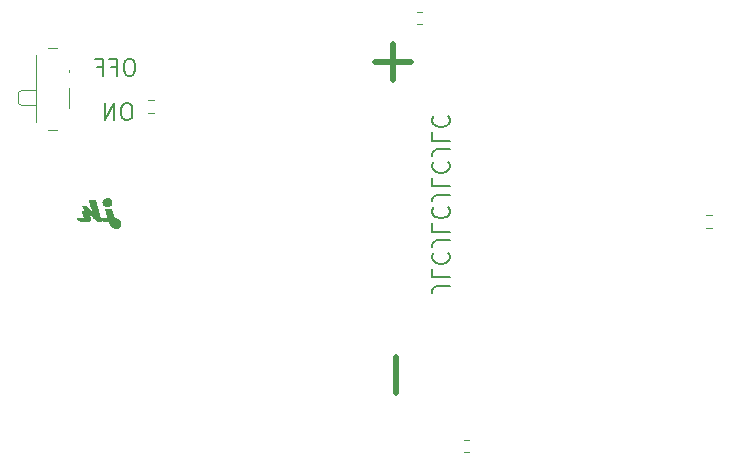
<source format=gbr>
%TF.GenerationSoftware,KiCad,Pcbnew,(5.1.10)-1*%
%TF.CreationDate,2021-10-20T09:15:12+02:00*%
%TF.ProjectId,TVZ_kuglica,54565a5f-6b75-4676-9c69-63612e6b6963,rev?*%
%TF.SameCoordinates,Original*%
%TF.FileFunction,Legend,Bot*%
%TF.FilePolarity,Positive*%
%FSLAX46Y46*%
G04 Gerber Fmt 4.6, Leading zero omitted, Abs format (unit mm)*
G04 Created by KiCad (PCBNEW (5.1.10)-1) date 2021-10-20 09:15:12*
%MOMM*%
%LPD*%
G01*
G04 APERTURE LIST*
%ADD10C,0.200000*%
%ADD11C,0.010000*%
%ADD12C,0.120000*%
%ADD13C,0.500000*%
G04 APERTURE END LIST*
D10*
X110616666Y-100983333D02*
X110350000Y-100983333D01*
X110216666Y-101050000D01*
X110083333Y-101183333D01*
X110016666Y-101450000D01*
X110016666Y-101916666D01*
X110083333Y-102183333D01*
X110216666Y-102316666D01*
X110350000Y-102383333D01*
X110616666Y-102383333D01*
X110750000Y-102316666D01*
X110883333Y-102183333D01*
X110950000Y-101916666D01*
X110950000Y-101450000D01*
X110883333Y-101183333D01*
X110750000Y-101050000D01*
X110616666Y-100983333D01*
X109416666Y-102383333D02*
X109416666Y-100983333D01*
X108616666Y-102383333D01*
X108616666Y-100983333D01*
X110833333Y-97233333D02*
X110566666Y-97233333D01*
X110433333Y-97300000D01*
X110300000Y-97433333D01*
X110233333Y-97700000D01*
X110233333Y-98166666D01*
X110300000Y-98433333D01*
X110433333Y-98566666D01*
X110566666Y-98633333D01*
X110833333Y-98633333D01*
X110966666Y-98566666D01*
X111100000Y-98433333D01*
X111166666Y-98166666D01*
X111166666Y-97700000D01*
X111100000Y-97433333D01*
X110966666Y-97300000D01*
X110833333Y-97233333D01*
X109166666Y-97900000D02*
X109633333Y-97900000D01*
X109633333Y-98633333D02*
X109633333Y-97233333D01*
X108966666Y-97233333D01*
X107966666Y-97900000D02*
X108433333Y-97900000D01*
X108433333Y-98633333D02*
X108433333Y-97233333D01*
X107766666Y-97233333D01*
X137821428Y-116428571D02*
X136750000Y-116428571D01*
X136535714Y-116500000D01*
X136392857Y-116642857D01*
X136321428Y-116857142D01*
X136321428Y-117000000D01*
X136321428Y-115000000D02*
X136321428Y-115714285D01*
X137821428Y-115714285D01*
X136464285Y-113642857D02*
X136392857Y-113714285D01*
X136321428Y-113928571D01*
X136321428Y-114071428D01*
X136392857Y-114285714D01*
X136535714Y-114428571D01*
X136678571Y-114500000D01*
X136964285Y-114571428D01*
X137178571Y-114571428D01*
X137464285Y-114500000D01*
X137607142Y-114428571D01*
X137750000Y-114285714D01*
X137821428Y-114071428D01*
X137821428Y-113928571D01*
X137750000Y-113714285D01*
X137678571Y-113642857D01*
X137821428Y-112571428D02*
X136750000Y-112571428D01*
X136535714Y-112642857D01*
X136392857Y-112785714D01*
X136321428Y-113000000D01*
X136321428Y-113142857D01*
X136321428Y-111142857D02*
X136321428Y-111857142D01*
X137821428Y-111857142D01*
X136464285Y-109785714D02*
X136392857Y-109857142D01*
X136321428Y-110071428D01*
X136321428Y-110214285D01*
X136392857Y-110428571D01*
X136535714Y-110571428D01*
X136678571Y-110642857D01*
X136964285Y-110714285D01*
X137178571Y-110714285D01*
X137464285Y-110642857D01*
X137607142Y-110571428D01*
X137750000Y-110428571D01*
X137821428Y-110214285D01*
X137821428Y-110071428D01*
X137750000Y-109857142D01*
X137678571Y-109785714D01*
X137821428Y-108714285D02*
X136750000Y-108714285D01*
X136535714Y-108785714D01*
X136392857Y-108928571D01*
X136321428Y-109142857D01*
X136321428Y-109285714D01*
X136321428Y-107285714D02*
X136321428Y-108000000D01*
X137821428Y-108000000D01*
X136464285Y-105928571D02*
X136392857Y-106000000D01*
X136321428Y-106214285D01*
X136321428Y-106357142D01*
X136392857Y-106571428D01*
X136535714Y-106714285D01*
X136678571Y-106785714D01*
X136964285Y-106857142D01*
X137178571Y-106857142D01*
X137464285Y-106785714D01*
X137607142Y-106714285D01*
X137750000Y-106571428D01*
X137821428Y-106357142D01*
X137821428Y-106214285D01*
X137750000Y-106000000D01*
X137678571Y-105928571D01*
X137821428Y-104857142D02*
X136750000Y-104857142D01*
X136535714Y-104928571D01*
X136392857Y-105071428D01*
X136321428Y-105285714D01*
X136321428Y-105428571D01*
X136321428Y-103428571D02*
X136321428Y-104142857D01*
X137821428Y-104142857D01*
X136464285Y-102071428D02*
X136392857Y-102142857D01*
X136321428Y-102357142D01*
X136321428Y-102500000D01*
X136392857Y-102714285D01*
X136535714Y-102857142D01*
X136678571Y-102928571D01*
X136964285Y-103000000D01*
X137178571Y-103000000D01*
X137464285Y-102928571D01*
X137607142Y-102857142D01*
X137750000Y-102714285D01*
X137821428Y-102500000D01*
X137821428Y-102357142D01*
X137750000Y-102142857D01*
X137678571Y-102071428D01*
D11*
%TO.C,G\u002A\u002A\u002A*%
G36*
X108765721Y-109010609D02*
G01*
X108718635Y-109014585D01*
X108687925Y-109020409D01*
X108630352Y-109041801D01*
X108573314Y-109073897D01*
X108520993Y-109113665D01*
X108477574Y-109158074D01*
X108455667Y-109188715D01*
X108430701Y-109244254D01*
X108417328Y-109306605D01*
X108415508Y-109371778D01*
X108425199Y-109435780D01*
X108446362Y-109494623D01*
X108458997Y-109517375D01*
X108501320Y-109571145D01*
X108555016Y-109618082D01*
X108616043Y-109655135D01*
X108669547Y-109676251D01*
X108705024Y-109683912D01*
X108748598Y-109689053D01*
X108795397Y-109691538D01*
X108840546Y-109691229D01*
X108879170Y-109687990D01*
X108903282Y-109682813D01*
X108975287Y-109654220D01*
X109034297Y-109620284D01*
X109082719Y-109579496D01*
X109101395Y-109558867D01*
X109137395Y-109509714D01*
X109160832Y-109461650D01*
X109173282Y-109409973D01*
X109176315Y-109349983D01*
X109175916Y-109336186D01*
X109173473Y-109297909D01*
X109168709Y-109268889D01*
X109160083Y-109242524D01*
X109147709Y-109215550D01*
X109109841Y-109156178D01*
X109059677Y-109103888D01*
X109000049Y-109060951D01*
X108933790Y-109029638D01*
X108904326Y-109020409D01*
X108865002Y-109013521D01*
X108816655Y-109010254D01*
X108765721Y-109010609D01*
G37*
X108765721Y-109010609D02*
X108718635Y-109014585D01*
X108687925Y-109020409D01*
X108630352Y-109041801D01*
X108573314Y-109073897D01*
X108520993Y-109113665D01*
X108477574Y-109158074D01*
X108455667Y-109188715D01*
X108430701Y-109244254D01*
X108417328Y-109306605D01*
X108415508Y-109371778D01*
X108425199Y-109435780D01*
X108446362Y-109494623D01*
X108458997Y-109517375D01*
X108501320Y-109571145D01*
X108555016Y-109618082D01*
X108616043Y-109655135D01*
X108669547Y-109676251D01*
X108705024Y-109683912D01*
X108748598Y-109689053D01*
X108795397Y-109691538D01*
X108840546Y-109691229D01*
X108879170Y-109687990D01*
X108903282Y-109682813D01*
X108975287Y-109654220D01*
X109034297Y-109620284D01*
X109082719Y-109579496D01*
X109101395Y-109558867D01*
X109137395Y-109509714D01*
X109160832Y-109461650D01*
X109173282Y-109409973D01*
X109176315Y-109349983D01*
X109175916Y-109336186D01*
X109173473Y-109297909D01*
X109168709Y-109268889D01*
X109160083Y-109242524D01*
X109147709Y-109215550D01*
X109109841Y-109156178D01*
X109059677Y-109103888D01*
X109000049Y-109060951D01*
X108933790Y-109029638D01*
X108904326Y-109020409D01*
X108865002Y-109013521D01*
X108816655Y-109010254D01*
X108765721Y-109010609D01*
G36*
X107438892Y-109176177D02*
G01*
X107380420Y-109176556D01*
X107335129Y-109177253D01*
X107301672Y-109178322D01*
X107278703Y-109179818D01*
X107264874Y-109181792D01*
X107258840Y-109184301D01*
X107258436Y-109186184D01*
X107261260Y-109194930D01*
X107268336Y-109217349D01*
X107279201Y-109251955D01*
X107293393Y-109297262D01*
X107310447Y-109351786D01*
X107329902Y-109414039D01*
X107351293Y-109482538D01*
X107374157Y-109555795D01*
X107398032Y-109632326D01*
X107422454Y-109710645D01*
X107446960Y-109789266D01*
X107471086Y-109866704D01*
X107494370Y-109941472D01*
X107516349Y-110012086D01*
X107536558Y-110077060D01*
X107554536Y-110134908D01*
X107569818Y-110184145D01*
X107581941Y-110223284D01*
X107590444Y-110250841D01*
X107593917Y-110262196D01*
X107595972Y-110268736D01*
X107597517Y-110274186D01*
X107597865Y-110277871D01*
X107596331Y-110279119D01*
X107592228Y-110277256D01*
X107584869Y-110271608D01*
X107573570Y-110261502D01*
X107557643Y-110246265D01*
X107536402Y-110225223D01*
X107509161Y-110197703D01*
X107475233Y-110163031D01*
X107433934Y-110120534D01*
X107384575Y-110069538D01*
X107326472Y-110009371D01*
X107258938Y-109939357D01*
X107181286Y-109858826D01*
X107153148Y-109829645D01*
X107014157Y-109685508D01*
X106843642Y-109684785D01*
X106673128Y-109684063D01*
X106756318Y-109769391D01*
X106794827Y-109808881D01*
X106839098Y-109854266D01*
X106883799Y-109900081D01*
X106923600Y-109940862D01*
X106925533Y-109942843D01*
X107011558Y-110030966D01*
X106922547Y-110036599D01*
X106861234Y-110042307D01*
X106813357Y-110051259D01*
X106776665Y-110064255D01*
X106748909Y-110082092D01*
X106727838Y-110105571D01*
X106727696Y-110105775D01*
X106716602Y-110123970D01*
X106708913Y-110142990D01*
X106704860Y-110164560D01*
X106704672Y-110190403D01*
X106708580Y-110222243D01*
X106716813Y-110261805D01*
X106729601Y-110310812D01*
X106747173Y-110370987D01*
X106769759Y-110444057D01*
X106774982Y-110460636D01*
X106792582Y-110516614D01*
X106808508Y-110567738D01*
X106822158Y-110612033D01*
X106832926Y-110647523D01*
X106840210Y-110672233D01*
X106843405Y-110684185D01*
X106843500Y-110684870D01*
X106835792Y-110686664D01*
X106813579Y-110688261D01*
X106778231Y-110689628D01*
X106731118Y-110690731D01*
X106673611Y-110691536D01*
X106607078Y-110692008D01*
X106549813Y-110692125D01*
X106463565Y-110692341D01*
X106391932Y-110692983D01*
X106335155Y-110694046D01*
X106293477Y-110695523D01*
X106267140Y-110697407D01*
X106256387Y-110699691D01*
X106256125Y-110700149D01*
X106259277Y-110711451D01*
X106267340Y-110731585D01*
X106273731Y-110745790D01*
X106305352Y-110795252D01*
X106350312Y-110838762D01*
X106406761Y-110874978D01*
X106472847Y-110902557D01*
X106501252Y-110910790D01*
X106514956Y-110913738D01*
X106531846Y-110916145D01*
X106553418Y-110918048D01*
X106581172Y-110919483D01*
X106616605Y-110920485D01*
X106661215Y-110921091D01*
X106716499Y-110921337D01*
X106783957Y-110921260D01*
X106865085Y-110920896D01*
X106908393Y-110920635D01*
X106993364Y-110920076D01*
X107063946Y-110919527D01*
X107121621Y-110918914D01*
X107167876Y-110918164D01*
X107204195Y-110917202D01*
X107232062Y-110915954D01*
X107252962Y-110914344D01*
X107268381Y-110912300D01*
X107279801Y-110909746D01*
X107288709Y-110906608D01*
X107296589Y-110902812D01*
X107299907Y-110901027D01*
X107325104Y-110882825D01*
X107347448Y-110859599D01*
X107351280Y-110854305D01*
X107362120Y-110835338D01*
X107367959Y-110815808D01*
X107370072Y-110789880D01*
X107370078Y-110768435D01*
X107369150Y-110749164D01*
X107366578Y-110728231D01*
X107361833Y-110703557D01*
X107354391Y-110673064D01*
X107343727Y-110634672D01*
X107329313Y-110586303D01*
X107310624Y-110525877D01*
X107300845Y-110494724D01*
X107283308Y-110438899D01*
X107267434Y-110388113D01*
X107253821Y-110344304D01*
X107243070Y-110309408D01*
X107235778Y-110285362D01*
X107232545Y-110274105D01*
X107232438Y-110273544D01*
X107237903Y-110277520D01*
X107253159Y-110290888D01*
X107276502Y-110312096D01*
X107306227Y-110339589D01*
X107340627Y-110371814D01*
X107349516Y-110380199D01*
X107387568Y-110415913D01*
X107434396Y-110459499D01*
X107486999Y-110508186D01*
X107542374Y-110559201D01*
X107597522Y-110609773D01*
X107645188Y-110653263D01*
X107710521Y-110712670D01*
X107765721Y-110762367D01*
X107812476Y-110803237D01*
X107852477Y-110836166D01*
X107887411Y-110862038D01*
X107918967Y-110881736D01*
X107948836Y-110896147D01*
X107978704Y-110906153D01*
X108010262Y-110912640D01*
X108045198Y-110916492D01*
X108085202Y-110918594D01*
X108131962Y-110919829D01*
X108155172Y-110920327D01*
X108209027Y-110921140D01*
X108253219Y-110921068D01*
X108286147Y-110920152D01*
X108306205Y-110918433D01*
X108311938Y-110916335D01*
X108309515Y-110905368D01*
X108303220Y-110884386D01*
X108296063Y-110862781D01*
X108287663Y-110837273D01*
X108281908Y-110817708D01*
X108280188Y-110809472D01*
X108285635Y-110810300D01*
X108299853Y-110819526D01*
X108317891Y-110833638D01*
X108357730Y-110863474D01*
X108398026Y-110885710D01*
X108445705Y-110904355D01*
X108460431Y-110908287D01*
X108480337Y-110911490D01*
X108507248Y-110914074D01*
X108542986Y-110916147D01*
X108589377Y-110917818D01*
X108648243Y-110919199D01*
X108710526Y-110920240D01*
X108938457Y-110923582D01*
X108974915Y-111035743D01*
X109009114Y-111130680D01*
X109046014Y-111211757D01*
X109087047Y-111280936D01*
X109133642Y-111340179D01*
X109187229Y-111391450D01*
X109249238Y-111436712D01*
X109281244Y-111456206D01*
X109336762Y-111483073D01*
X109399737Y-111504851D01*
X109466720Y-111521042D01*
X109534261Y-111531147D01*
X109598908Y-111534668D01*
X109657213Y-111531106D01*
X109705725Y-111519963D01*
X109710420Y-111518211D01*
X109767550Y-111490076D01*
X109814285Y-111453422D01*
X109853330Y-111405707D01*
X109880650Y-111358257D01*
X109902334Y-111307599D01*
X109915786Y-111256239D01*
X109922196Y-111198633D01*
X109922851Y-111172344D01*
X109633307Y-111172344D01*
X109633075Y-111209315D01*
X109631622Y-111234720D01*
X109628077Y-111252861D01*
X109621566Y-111268043D01*
X109611219Y-111284570D01*
X109610282Y-111285956D01*
X109594868Y-111306116D01*
X109585033Y-111312454D01*
X109581380Y-111309768D01*
X109577427Y-111299525D01*
X109569412Y-111276389D01*
X109558081Y-111242596D01*
X109544178Y-111200382D01*
X109528449Y-111151985D01*
X109517802Y-111118908D01*
X109501780Y-111068243D01*
X109487811Y-111022724D01*
X109476514Y-110984480D01*
X109468509Y-110955640D01*
X109464412Y-110938335D01*
X109464160Y-110934257D01*
X109474942Y-110933591D01*
X109494220Y-110940568D01*
X109517957Y-110953087D01*
X109542116Y-110969048D01*
X109560796Y-110984535D01*
X109583000Y-111009597D01*
X109604350Y-111039783D01*
X109612199Y-111053281D01*
X109622102Y-111073828D01*
X109628327Y-111093076D01*
X109631709Y-111115752D01*
X109633089Y-111146582D01*
X109633307Y-111172344D01*
X109922851Y-111172344D01*
X109923156Y-111160121D01*
X109918662Y-111080831D01*
X109904141Y-111011654D01*
X109878354Y-110949482D01*
X109840065Y-110891208D01*
X109796427Y-110842077D01*
X109761668Y-110808816D01*
X109730514Y-110784095D01*
X109697140Y-110763682D01*
X109669250Y-110749648D01*
X109597429Y-110720834D01*
X109524607Y-110701385D01*
X109455738Y-110692536D01*
X109439015Y-110692125D01*
X109393289Y-110692125D01*
X109341388Y-110531391D01*
X109324109Y-110477869D01*
X109303353Y-110413557D01*
X109280513Y-110342775D01*
X109256982Y-110269841D01*
X109234155Y-110199076D01*
X109219733Y-110154359D01*
X109149980Y-109938062D01*
X108893678Y-109938063D01*
X108831701Y-109938257D01*
X108775123Y-109938809D01*
X108725812Y-109939670D01*
X108685639Y-109940794D01*
X108656475Y-109942131D01*
X108640188Y-109943635D01*
X108637375Y-109944602D01*
X108639682Y-109953261D01*
X108646296Y-109975572D01*
X108656758Y-110010045D01*
X108670609Y-110055189D01*
X108687390Y-110109513D01*
X108706641Y-110171528D01*
X108727905Y-110239742D01*
X108750720Y-110312665D01*
X108752469Y-110318245D01*
X108775363Y-110391334D01*
X108796741Y-110459717D01*
X108816146Y-110521920D01*
X108833120Y-110576467D01*
X108847206Y-110621886D01*
X108857944Y-110656703D01*
X108864877Y-110679442D01*
X108867547Y-110688630D01*
X108867563Y-110688737D01*
X108859908Y-110689482D01*
X108838072Y-110690170D01*
X108803750Y-110690783D01*
X108758635Y-110691303D01*
X108704422Y-110691711D01*
X108642806Y-110691989D01*
X108575480Y-110692118D01*
X108555283Y-110692125D01*
X108243004Y-110692125D01*
X107769228Y-109176063D01*
X107511890Y-109176063D01*
X107438892Y-109176177D01*
G37*
X107438892Y-109176177D02*
X107380420Y-109176556D01*
X107335129Y-109177253D01*
X107301672Y-109178322D01*
X107278703Y-109179818D01*
X107264874Y-109181792D01*
X107258840Y-109184301D01*
X107258436Y-109186184D01*
X107261260Y-109194930D01*
X107268336Y-109217349D01*
X107279201Y-109251955D01*
X107293393Y-109297262D01*
X107310447Y-109351786D01*
X107329902Y-109414039D01*
X107351293Y-109482538D01*
X107374157Y-109555795D01*
X107398032Y-109632326D01*
X107422454Y-109710645D01*
X107446960Y-109789266D01*
X107471086Y-109866704D01*
X107494370Y-109941472D01*
X107516349Y-110012086D01*
X107536558Y-110077060D01*
X107554536Y-110134908D01*
X107569818Y-110184145D01*
X107581941Y-110223284D01*
X107590444Y-110250841D01*
X107593917Y-110262196D01*
X107595972Y-110268736D01*
X107597517Y-110274186D01*
X107597865Y-110277871D01*
X107596331Y-110279119D01*
X107592228Y-110277256D01*
X107584869Y-110271608D01*
X107573570Y-110261502D01*
X107557643Y-110246265D01*
X107536402Y-110225223D01*
X107509161Y-110197703D01*
X107475233Y-110163031D01*
X107433934Y-110120534D01*
X107384575Y-110069538D01*
X107326472Y-110009371D01*
X107258938Y-109939357D01*
X107181286Y-109858826D01*
X107153148Y-109829645D01*
X107014157Y-109685508D01*
X106843642Y-109684785D01*
X106673128Y-109684063D01*
X106756318Y-109769391D01*
X106794827Y-109808881D01*
X106839098Y-109854266D01*
X106883799Y-109900081D01*
X106923600Y-109940862D01*
X106925533Y-109942843D01*
X107011558Y-110030966D01*
X106922547Y-110036599D01*
X106861234Y-110042307D01*
X106813357Y-110051259D01*
X106776665Y-110064255D01*
X106748909Y-110082092D01*
X106727838Y-110105571D01*
X106727696Y-110105775D01*
X106716602Y-110123970D01*
X106708913Y-110142990D01*
X106704860Y-110164560D01*
X106704672Y-110190403D01*
X106708580Y-110222243D01*
X106716813Y-110261805D01*
X106729601Y-110310812D01*
X106747173Y-110370987D01*
X106769759Y-110444057D01*
X106774982Y-110460636D01*
X106792582Y-110516614D01*
X106808508Y-110567738D01*
X106822158Y-110612033D01*
X106832926Y-110647523D01*
X106840210Y-110672233D01*
X106843405Y-110684185D01*
X106843500Y-110684870D01*
X106835792Y-110686664D01*
X106813579Y-110688261D01*
X106778231Y-110689628D01*
X106731118Y-110690731D01*
X106673611Y-110691536D01*
X106607078Y-110692008D01*
X106549813Y-110692125D01*
X106463565Y-110692341D01*
X106391932Y-110692983D01*
X106335155Y-110694046D01*
X106293477Y-110695523D01*
X106267140Y-110697407D01*
X106256387Y-110699691D01*
X106256125Y-110700149D01*
X106259277Y-110711451D01*
X106267340Y-110731585D01*
X106273731Y-110745790D01*
X106305352Y-110795252D01*
X106350312Y-110838762D01*
X106406761Y-110874978D01*
X106472847Y-110902557D01*
X106501252Y-110910790D01*
X106514956Y-110913738D01*
X106531846Y-110916145D01*
X106553418Y-110918048D01*
X106581172Y-110919483D01*
X106616605Y-110920485D01*
X106661215Y-110921091D01*
X106716499Y-110921337D01*
X106783957Y-110921260D01*
X106865085Y-110920896D01*
X106908393Y-110920635D01*
X106993364Y-110920076D01*
X107063946Y-110919527D01*
X107121621Y-110918914D01*
X107167876Y-110918164D01*
X107204195Y-110917202D01*
X107232062Y-110915954D01*
X107252962Y-110914344D01*
X107268381Y-110912300D01*
X107279801Y-110909746D01*
X107288709Y-110906608D01*
X107296589Y-110902812D01*
X107299907Y-110901027D01*
X107325104Y-110882825D01*
X107347448Y-110859599D01*
X107351280Y-110854305D01*
X107362120Y-110835338D01*
X107367959Y-110815808D01*
X107370072Y-110789880D01*
X107370078Y-110768435D01*
X107369150Y-110749164D01*
X107366578Y-110728231D01*
X107361833Y-110703557D01*
X107354391Y-110673064D01*
X107343727Y-110634672D01*
X107329313Y-110586303D01*
X107310624Y-110525877D01*
X107300845Y-110494724D01*
X107283308Y-110438899D01*
X107267434Y-110388113D01*
X107253821Y-110344304D01*
X107243070Y-110309408D01*
X107235778Y-110285362D01*
X107232545Y-110274105D01*
X107232438Y-110273544D01*
X107237903Y-110277520D01*
X107253159Y-110290888D01*
X107276502Y-110312096D01*
X107306227Y-110339589D01*
X107340627Y-110371814D01*
X107349516Y-110380199D01*
X107387568Y-110415913D01*
X107434396Y-110459499D01*
X107486999Y-110508186D01*
X107542374Y-110559201D01*
X107597522Y-110609773D01*
X107645188Y-110653263D01*
X107710521Y-110712670D01*
X107765721Y-110762367D01*
X107812476Y-110803237D01*
X107852477Y-110836166D01*
X107887411Y-110862038D01*
X107918967Y-110881736D01*
X107948836Y-110896147D01*
X107978704Y-110906153D01*
X108010262Y-110912640D01*
X108045198Y-110916492D01*
X108085202Y-110918594D01*
X108131962Y-110919829D01*
X108155172Y-110920327D01*
X108209027Y-110921140D01*
X108253219Y-110921068D01*
X108286147Y-110920152D01*
X108306205Y-110918433D01*
X108311938Y-110916335D01*
X108309515Y-110905368D01*
X108303220Y-110884386D01*
X108296063Y-110862781D01*
X108287663Y-110837273D01*
X108281908Y-110817708D01*
X108280188Y-110809472D01*
X108285635Y-110810300D01*
X108299853Y-110819526D01*
X108317891Y-110833638D01*
X108357730Y-110863474D01*
X108398026Y-110885710D01*
X108445705Y-110904355D01*
X108460431Y-110908287D01*
X108480337Y-110911490D01*
X108507248Y-110914074D01*
X108542986Y-110916147D01*
X108589377Y-110917818D01*
X108648243Y-110919199D01*
X108710526Y-110920240D01*
X108938457Y-110923582D01*
X108974915Y-111035743D01*
X109009114Y-111130680D01*
X109046014Y-111211757D01*
X109087047Y-111280936D01*
X109133642Y-111340179D01*
X109187229Y-111391450D01*
X109249238Y-111436712D01*
X109281244Y-111456206D01*
X109336762Y-111483073D01*
X109399737Y-111504851D01*
X109466720Y-111521042D01*
X109534261Y-111531147D01*
X109598908Y-111534668D01*
X109657213Y-111531106D01*
X109705725Y-111519963D01*
X109710420Y-111518211D01*
X109767550Y-111490076D01*
X109814285Y-111453422D01*
X109853330Y-111405707D01*
X109880650Y-111358257D01*
X109902334Y-111307599D01*
X109915786Y-111256239D01*
X109922196Y-111198633D01*
X109922851Y-111172344D01*
X109633307Y-111172344D01*
X109633075Y-111209315D01*
X109631622Y-111234720D01*
X109628077Y-111252861D01*
X109621566Y-111268043D01*
X109611219Y-111284570D01*
X109610282Y-111285956D01*
X109594868Y-111306116D01*
X109585033Y-111312454D01*
X109581380Y-111309768D01*
X109577427Y-111299525D01*
X109569412Y-111276389D01*
X109558081Y-111242596D01*
X109544178Y-111200382D01*
X109528449Y-111151985D01*
X109517802Y-111118908D01*
X109501780Y-111068243D01*
X109487811Y-111022724D01*
X109476514Y-110984480D01*
X109468509Y-110955640D01*
X109464412Y-110938335D01*
X109464160Y-110934257D01*
X109474942Y-110933591D01*
X109494220Y-110940568D01*
X109517957Y-110953087D01*
X109542116Y-110969048D01*
X109560796Y-110984535D01*
X109583000Y-111009597D01*
X109604350Y-111039783D01*
X109612199Y-111053281D01*
X109622102Y-111073828D01*
X109628327Y-111093076D01*
X109631709Y-111115752D01*
X109633089Y-111146582D01*
X109633307Y-111172344D01*
X109922851Y-111172344D01*
X109923156Y-111160121D01*
X109918662Y-111080831D01*
X109904141Y-111011654D01*
X109878354Y-110949482D01*
X109840065Y-110891208D01*
X109796427Y-110842077D01*
X109761668Y-110808816D01*
X109730514Y-110784095D01*
X109697140Y-110763682D01*
X109669250Y-110749648D01*
X109597429Y-110720834D01*
X109524607Y-110701385D01*
X109455738Y-110692536D01*
X109439015Y-110692125D01*
X109393289Y-110692125D01*
X109341388Y-110531391D01*
X109324109Y-110477869D01*
X109303353Y-110413557D01*
X109280513Y-110342775D01*
X109256982Y-110269841D01*
X109234155Y-110199076D01*
X109219733Y-110154359D01*
X109149980Y-109938062D01*
X108893678Y-109938063D01*
X108831701Y-109938257D01*
X108775123Y-109938809D01*
X108725812Y-109939670D01*
X108685639Y-109940794D01*
X108656475Y-109942131D01*
X108640188Y-109943635D01*
X108637375Y-109944602D01*
X108639682Y-109953261D01*
X108646296Y-109975572D01*
X108656758Y-110010045D01*
X108670609Y-110055189D01*
X108687390Y-110109513D01*
X108706641Y-110171528D01*
X108727905Y-110239742D01*
X108750720Y-110312665D01*
X108752469Y-110318245D01*
X108775363Y-110391334D01*
X108796741Y-110459717D01*
X108816146Y-110521920D01*
X108833120Y-110576467D01*
X108847206Y-110621886D01*
X108857944Y-110656703D01*
X108864877Y-110679442D01*
X108867547Y-110688630D01*
X108867563Y-110688737D01*
X108859908Y-110689482D01*
X108838072Y-110690170D01*
X108803750Y-110690783D01*
X108758635Y-110691303D01*
X108704422Y-110691711D01*
X108642806Y-110691989D01*
X108575480Y-110692118D01*
X108555283Y-110692125D01*
X108243004Y-110692125D01*
X107769228Y-109176063D01*
X107511890Y-109176063D01*
X107438892Y-109176177D01*
D12*
%TO.C,SW1*%
X105620000Y-98350000D02*
X105620000Y-98150000D01*
X101480000Y-101150000D02*
X101270000Y-100950000D01*
X101480000Y-99850000D02*
X101270000Y-100050000D01*
X102770000Y-101150000D02*
X101480000Y-101150000D01*
X101270000Y-100950000D02*
X101270000Y-100050000D01*
X101480000Y-99850000D02*
X102770000Y-99850000D01*
X102770000Y-102600000D02*
X102770000Y-96900000D01*
X105620000Y-101350000D02*
X105620000Y-99650000D01*
X104570000Y-103200000D02*
X103780000Y-103200000D01*
X103780000Y-96300000D02*
X104570000Y-96300000D01*
D13*
%TO.C,BT1*%
X133250000Y-122500000D02*
X133250000Y-125500000D01*
X134500000Y-97500000D02*
X131500000Y-97500000D01*
X133000000Y-96000000D02*
X133000000Y-99000000D01*
D12*
%TO.C,R1*%
X112262742Y-100727500D02*
X112737258Y-100727500D01*
X112262742Y-101772500D02*
X112737258Y-101772500D01*
%TO.C,R2*%
X159512742Y-111522500D02*
X159987258Y-111522500D01*
X159512742Y-110477500D02*
X159987258Y-110477500D01*
%TO.C,R3*%
X135012742Y-93227500D02*
X135487258Y-93227500D01*
X135012742Y-94272500D02*
X135487258Y-94272500D01*
%TO.C,R4*%
X139012742Y-129477500D02*
X139487258Y-129477500D01*
X139012742Y-130522500D02*
X139487258Y-130522500D01*
%TD*%
M02*

</source>
